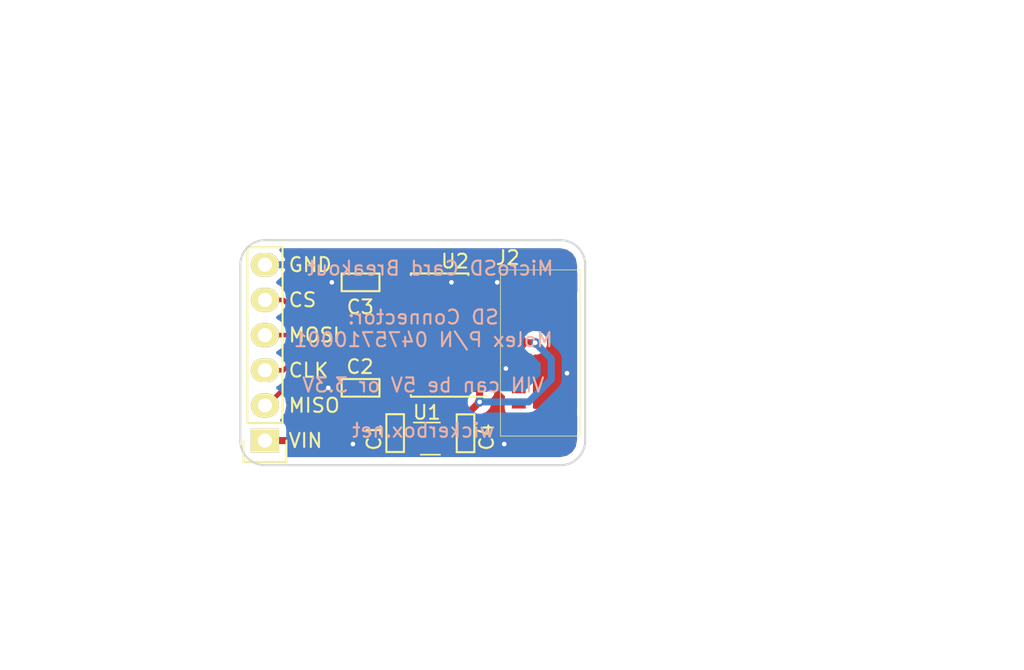
<source format=kicad_pcb>
(kicad_pcb (version 4) (host pcbnew 4.0.4+e1-6308~48~ubuntu16.04.1-stable)

  (general
    (links 25)
    (no_connects 0)
    (area 104.572999 74.854999 178.510001 123.265001)
    (thickness 1.6)
    (drawings 43)
    (tracks 88)
    (zones 0)
    (modules 8)
    (nets 12)
  )

  (page USLetter)
  (title_block
    (title "Micro SD Connector (0475710001) Breakout Board")
    (date "01 Jan 2017")
    (rev v1.0)
    (company "CERN Open Hardware License v1.2")
    (comment 1 jenner@wickerbox.net)
    (comment 2 http://wickerbox.net)
    (comment 3 "Wickerbox Electronics")
  )

  (layers
    (0 F.Cu signal)
    (31 B.Cu signal)
    (34 B.Paste user)
    (35 F.Paste user)
    (36 B.SilkS user)
    (37 F.SilkS user)
    (38 B.Mask user)
    (39 F.Mask user)
    (44 Edge.Cuts user)
    (46 B.CrtYd user)
    (47 F.CrtYd user)
    (48 B.Fab user)
    (49 F.Fab user)
  )

  (setup
    (last_trace_width 0.254)
    (user_trace_width 0.1524)
    (user_trace_width 0.254)
    (user_trace_width 0.3302)
    (user_trace_width 0.508)
    (user_trace_width 0.762)
    (user_trace_width 1.27)
    (trace_clearance 0.254)
    (zone_clearance 0.508)
    (zone_45_only no)
    (trace_min 0.1524)
    (segment_width 0.1524)
    (edge_width 0.1524)
    (via_size 0.6858)
    (via_drill 0.3302)
    (via_min_size 0.6858)
    (via_min_drill 0.3302)
    (user_via 0.6858 0.3302)
    (user_via 0.762 0.4064)
    (user_via 0.8636 0.508)
    (uvia_size 0.6858)
    (uvia_drill 0.3302)
    (uvias_allowed no)
    (uvia_min_size 0)
    (uvia_min_drill 0)
    (pcb_text_width 0.1524)
    (pcb_text_size 1.016 1.016)
    (mod_edge_width 0.1524)
    (mod_text_size 1.016 1.016)
    (mod_text_width 0.1524)
    (pad_size 1.524 1.524)
    (pad_drill 0.762)
    (pad_to_mask_clearance 0.0762)
    (solder_mask_min_width 0.1016)
    (pad_to_paste_clearance -0.0762)
    (aux_axis_origin 0 0)
    (visible_elements FFFEDF7D)
    (pcbplotparams
      (layerselection 0x310fc_80000001)
      (usegerberextensions true)
      (excludeedgelayer true)
      (linewidth 0.100000)
      (plotframeref false)
      (viasonmask false)
      (mode 1)
      (useauxorigin false)
      (hpglpennumber 1)
      (hpglpenspeed 20)
      (hpglpendiameter 15)
      (hpglpenoverlay 2)
      (psnegative false)
      (psa4output false)
      (plotreference true)
      (plotvalue true)
      (plotinvisibletext false)
      (padsonsilk false)
      (subtractmaskfromsilk false)
      (outputformat 1)
      (mirror false)
      (drillshape 0)
      (scaleselection 1)
      (outputdirectory gerbers))
  )

  (net 0 "")
  (net 1 VIN)
  (net 2 GND)
  (net 3 +3V3)
  (net 4 /MISO)
  (net 5 /CLK)
  (net 6 /MOSI)
  (net 7 /CS)
  (net 8 /SD_MISO)
  (net 9 /SD_CLK)
  (net 10 /SD_CS)
  (net 11 /SD_MOSI)

  (net_class Default "This is the default net class."
    (clearance 0.254)
    (trace_width 0.254)
    (via_dia 0.6858)
    (via_drill 0.3302)
    (uvia_dia 0.6858)
    (uvia_drill 0.3302)
    (add_net +3V3)
    (add_net /CLK)
    (add_net /CS)
    (add_net /MISO)
    (add_net /MOSI)
    (add_net /SD_CLK)
    (add_net /SD_CS)
    (add_net /SD_MISO)
    (add_net /SD_MOSI)
    (add_net GND)
    (add_net VIN)
  )

  (module Wickerlib:RLC-0603-SMD (layer F.Cu) (tedit 579029AB) (tstamp 586D9274)
    (at 133.096 106.172 270)
    (descr "Capacitor SMD RLC-0603-SMD, reflow soldering, AVX (see smccp.pdf)")
    (tags "capacitor RLC-0603-SMD")
    (path /586C48EA)
    (attr smd)
    (fp_text reference C1 (at 0.09 0.04 270) (layer F.Fab)
      (effects (font (size 0.8 0.8) (thickness 0.15)))
    )
    (fp_text value 1uF (at 0 1.9 270) (layer F.Fab) hide
      (effects (font (size 1 1) (thickness 0.15)))
    )
    (fp_line (start -1.397 -0.635) (end -1.397 0.635) (layer F.SilkS) (width 0.1524))
    (fp_line (start 1.3335 -0.635) (end 1.3335 0.635) (layer F.SilkS) (width 0.1524))
    (fp_text user %R (at 0.254 1.524 270) (layer F.SilkS)
      (effects (font (size 1 1) (thickness 0.15)))
    )
    (fp_line (start -1.45 -0.75) (end 1.45 -0.75) (layer F.Fab) (width 0.05))
    (fp_line (start -1.45 0.75) (end 1.45 0.75) (layer F.CrtYd) (width 0.05))
    (fp_line (start -1.45 -0.75) (end -1.45 0.75) (layer F.CrtYd) (width 0.05))
    (fp_line (start 1.45 -0.75) (end 1.45 0.75) (layer F.CrtYd) (width 0.05))
    (fp_line (start -1.397 -0.635) (end 1.3335 -0.635) (layer F.SilkS) (width 0.15))
    (fp_line (start 1.3335 0.635) (end -1.397 0.635) (layer F.SilkS) (width 0.15))
    (fp_line (start -1.45 -0.75) (end 1.45 -0.75) (layer F.CrtYd) (width 0.05))
    (fp_line (start -1.45 -0.75) (end -1.45 0.75) (layer F.Fab) (width 0.05))
    (fp_line (start 1.45 -0.75) (end 1.45 0.75) (layer F.Fab) (width 0.05))
    (fp_line (start -1.45 0.75) (end 1.45 0.75) (layer F.Fab) (width 0.05))
    (pad 1 smd rect (at -0.75 0 270) (size 0.8 0.75) (layers F.Cu F.Paste F.Mask)
      (net 1 VIN))
    (pad 2 smd rect (at 0.75 0 270) (size 0.8 0.75) (layers F.Cu F.Paste F.Mask)
      (net 2 GND))
  )

  (module Wickerlib:RLC-0603-SMD (layer F.Cu) (tedit 579029AB) (tstamp 586D9287)
    (at 130.568 102.87 180)
    (descr "Capacitor SMD RLC-0603-SMD, reflow soldering, AVX (see smccp.pdf)")
    (tags "capacitor RLC-0603-SMD")
    (path /586CE591)
    (attr smd)
    (fp_text reference C2 (at 0.09 0.04 180) (layer F.Fab)
      (effects (font (size 0.8 0.8) (thickness 0.15)))
    )
    (fp_text value 0.1uF (at 0 1.9 180) (layer F.Fab) hide
      (effects (font (size 1 1) (thickness 0.15)))
    )
    (fp_line (start -1.397 -0.635) (end -1.397 0.635) (layer F.SilkS) (width 0.1524))
    (fp_line (start 1.3335 -0.635) (end 1.3335 0.635) (layer F.SilkS) (width 0.1524))
    (fp_text user %R (at 0.012 1.524 180) (layer F.SilkS)
      (effects (font (size 1 1) (thickness 0.15)))
    )
    (fp_line (start -1.45 -0.75) (end 1.45 -0.75) (layer F.Fab) (width 0.05))
    (fp_line (start -1.45 0.75) (end 1.45 0.75) (layer F.CrtYd) (width 0.05))
    (fp_line (start -1.45 -0.75) (end -1.45 0.75) (layer F.CrtYd) (width 0.05))
    (fp_line (start 1.45 -0.75) (end 1.45 0.75) (layer F.CrtYd) (width 0.05))
    (fp_line (start -1.397 -0.635) (end 1.3335 -0.635) (layer F.SilkS) (width 0.15))
    (fp_line (start 1.3335 0.635) (end -1.397 0.635) (layer F.SilkS) (width 0.15))
    (fp_line (start -1.45 -0.75) (end 1.45 -0.75) (layer F.CrtYd) (width 0.05))
    (fp_line (start -1.45 -0.75) (end -1.45 0.75) (layer F.Fab) (width 0.05))
    (fp_line (start 1.45 -0.75) (end 1.45 0.75) (layer F.Fab) (width 0.05))
    (fp_line (start -1.45 0.75) (end 1.45 0.75) (layer F.Fab) (width 0.05))
    (pad 1 smd rect (at -0.75 0 180) (size 0.8 0.75) (layers F.Cu F.Paste F.Mask)
      (net 1 VIN))
    (pad 2 smd rect (at 0.75 0 180) (size 0.8 0.75) (layers F.Cu F.Paste F.Mask)
      (net 2 GND))
  )

  (module Wickerlib:RLC-0603-SMD (layer F.Cu) (tedit 579029AB) (tstamp 586D929A)
    (at 130.568 95.25 180)
    (descr "Capacitor SMD RLC-0603-SMD, reflow soldering, AVX (see smccp.pdf)")
    (tags "capacitor RLC-0603-SMD")
    (path /586CE8D2)
    (attr smd)
    (fp_text reference C3 (at 0.09 0.04 180) (layer F.Fab)
      (effects (font (size 0.8 0.8) (thickness 0.15)))
    )
    (fp_text value 0.1uF (at 0 1.9 180) (layer F.Fab) hide
      (effects (font (size 1 1) (thickness 0.15)))
    )
    (fp_line (start -1.397 -0.635) (end -1.397 0.635) (layer F.SilkS) (width 0.1524))
    (fp_line (start 1.3335 -0.635) (end 1.3335 0.635) (layer F.SilkS) (width 0.1524))
    (fp_text user %R (at -0.012 -1.778 180) (layer F.SilkS)
      (effects (font (size 1 1) (thickness 0.15)))
    )
    (fp_line (start -1.45 -0.75) (end 1.45 -0.75) (layer F.Fab) (width 0.05))
    (fp_line (start -1.45 0.75) (end 1.45 0.75) (layer F.CrtYd) (width 0.05))
    (fp_line (start -1.45 -0.75) (end -1.45 0.75) (layer F.CrtYd) (width 0.05))
    (fp_line (start 1.45 -0.75) (end 1.45 0.75) (layer F.CrtYd) (width 0.05))
    (fp_line (start -1.397 -0.635) (end 1.3335 -0.635) (layer F.SilkS) (width 0.15))
    (fp_line (start 1.3335 0.635) (end -1.397 0.635) (layer F.SilkS) (width 0.15))
    (fp_line (start -1.45 -0.75) (end 1.45 -0.75) (layer F.CrtYd) (width 0.05))
    (fp_line (start -1.45 -0.75) (end -1.45 0.75) (layer F.Fab) (width 0.05))
    (fp_line (start 1.45 -0.75) (end 1.45 0.75) (layer F.Fab) (width 0.05))
    (fp_line (start -1.45 0.75) (end 1.45 0.75) (layer F.Fab) (width 0.05))
    (pad 1 smd rect (at -0.75 0 180) (size 0.8 0.75) (layers F.Cu F.Paste F.Mask)
      (net 3 +3V3))
    (pad 2 smd rect (at 0.75 0 180) (size 0.8 0.75) (layers F.Cu F.Paste F.Mask)
      (net 2 GND))
  )

  (module Wickerlib:RLC-0603-SMD (layer F.Cu) (tedit 579029AB) (tstamp 586D92AD)
    (at 138.176 106.184 270)
    (descr "Capacitor SMD RLC-0603-SMD, reflow soldering, AVX (see smccp.pdf)")
    (tags "capacitor RLC-0603-SMD")
    (path /586C4854)
    (attr smd)
    (fp_text reference C4 (at 0.09 0.04 270) (layer F.Fab)
      (effects (font (size 0.8 0.8) (thickness 0.15)))
    )
    (fp_text value 1uF (at 0 1.9 270) (layer F.Fab) hide
      (effects (font (size 1 1) (thickness 0.15)))
    )
    (fp_line (start -1.397 -0.635) (end -1.397 0.635) (layer F.SilkS) (width 0.1524))
    (fp_line (start 1.3335 -0.635) (end 1.3335 0.635) (layer F.SilkS) (width 0.1524))
    (fp_text user %R (at 0.242 -1.524 270) (layer F.SilkS)
      (effects (font (size 1 1) (thickness 0.15)))
    )
    (fp_line (start -1.45 -0.75) (end 1.45 -0.75) (layer F.Fab) (width 0.05))
    (fp_line (start -1.45 0.75) (end 1.45 0.75) (layer F.CrtYd) (width 0.05))
    (fp_line (start -1.45 -0.75) (end -1.45 0.75) (layer F.CrtYd) (width 0.05))
    (fp_line (start 1.45 -0.75) (end 1.45 0.75) (layer F.CrtYd) (width 0.05))
    (fp_line (start -1.397 -0.635) (end 1.3335 -0.635) (layer F.SilkS) (width 0.15))
    (fp_line (start 1.3335 0.635) (end -1.397 0.635) (layer F.SilkS) (width 0.15))
    (fp_line (start -1.45 -0.75) (end 1.45 -0.75) (layer F.CrtYd) (width 0.05))
    (fp_line (start -1.45 -0.75) (end -1.45 0.75) (layer F.Fab) (width 0.05))
    (fp_line (start 1.45 -0.75) (end 1.45 0.75) (layer F.Fab) (width 0.05))
    (fp_line (start -1.45 0.75) (end 1.45 0.75) (layer F.Fab) (width 0.05))
    (pad 1 smd rect (at -0.75 0 270) (size 0.8 0.75) (layers F.Cu F.Paste F.Mask)
      (net 3 +3V3))
    (pad 2 smd rect (at 0.75 0 270) (size 0.8 0.75) (layers F.Cu F.Paste F.Mask)
      (net 2 GND))
  )

  (module Wickerlib:CONN-HEADER-STRAIGHT-P2.54MM-1x06 (layer F.Cu) (tedit 586D9505) (tstamp 586D92C7)
    (at 123.698 106.68 180)
    (descr "Through hole pin header")
    (tags "pin header")
    (path /586C4D06)
    (fp_text reference J1 (at -0.01 6.35 360) (layer F.Fab)
      (effects (font (size 2.032 2.032) (thickness 0.254)))
    )
    (fp_text value BREAKOUT (at -2.63 6.86 270) (layer F.Fab) hide
      (effects (font (size 1 1) (thickness 0.15)))
    )
    (fp_text user %R (at 0.14 -2.74 180) (layer F.SilkS) hide
      (effects (font (size 1 1) (thickness 0.15)))
    )
    (fp_line (start -1.75 -1.75) (end -1.75 14.45) (layer F.CrtYd) (width 0.05))
    (fp_line (start 1.75 -1.75) (end 1.75 14.45) (layer F.CrtYd) (width 0.05))
    (fp_line (start -1.75 -1.75) (end 1.75 -1.75) (layer F.CrtYd) (width 0.05))
    (fp_line (start -1.75 14.45) (end 1.75 14.45) (layer F.CrtYd) (width 0.05))
    (fp_line (start 1.27 1.27) (end 1.27 13.97) (layer F.SilkS) (width 0.15))
    (fp_line (start 1.27 13.97) (end -1.27 13.97) (layer F.SilkS) (width 0.15))
    (fp_line (start -1.27 13.97) (end -1.27 1.27) (layer F.SilkS) (width 0.15))
    (fp_line (start 1.55 -1.55) (end 1.55 0) (layer F.SilkS) (width 0.15))
    (fp_line (start 1.27 1.27) (end -1.27 1.27) (layer F.SilkS) (width 0.15))
    (fp_line (start -1.55 0) (end -1.55 -1.55) (layer F.SilkS) (width 0.15))
    (fp_line (start -1.55 -1.55) (end 1.55 -1.55) (layer F.SilkS) (width 0.15))
    (fp_line (start -1.75 -1.75) (end -1.75 14.45) (layer F.Fab) (width 0.05))
    (fp_line (start -1.76 -1.74) (end 1.74 -1.74) (layer F.Fab) (width 0.05))
    (fp_line (start 1.73 -1.76) (end 1.73 14.44) (layer F.Fab) (width 0.05))
    (fp_line (start -1.77 14.43) (end 1.73 14.43) (layer F.Fab) (width 0.05))
    (pad 1 thru_hole rect (at 0 0 180) (size 2.032 1.7272) (drill 1.016) (layers *.Cu *.Mask F.SilkS)
      (net 1 VIN))
    (pad 2 thru_hole oval (at 0 2.54 180) (size 2.032 1.7272) (drill 1.016) (layers *.Cu *.Mask F.SilkS)
      (net 4 /MISO))
    (pad 3 thru_hole oval (at 0 5.08 180) (size 2.032 1.7272) (drill 1.016) (layers *.Cu *.Mask F.SilkS)
      (net 5 /CLK))
    (pad 4 thru_hole oval (at 0 7.62 180) (size 2.032 1.7272) (drill 1.016) (layers *.Cu *.Mask F.SilkS)
      (net 6 /MOSI))
    (pad 5 thru_hole oval (at 0 10.16 180) (size 2.032 1.7272) (drill 1.016) (layers *.Cu *.Mask F.SilkS)
      (net 7 /CS))
    (pad 6 thru_hole oval (at 0 12.7 180) (size 2.032 1.7272) (drill 1.016) (layers *.Cu *.Mask F.SilkS)
      (net 2 GND))
  )

  (module Wickerlib:CONN-SD-MICRO-MOLEX-0475710001 (layer F.Cu) (tedit 57958DF9) (tstamp 586D92E5)
    (at 140.696 100.1014 90)
    (path /586D9AF7)
    (fp_text reference J2 (at 0 3.25 180) (layer F.Fab)
      (effects (font (size 1 1) (thickness 0.15)))
    )
    (fp_text value CONN-MICRO-SD-CARD-PUSH-PULL (at 4 6.25 90) (layer F.Fab) hide
      (effects (font (size 0.4 0.4) (thickness 0.03)))
    )
    (fp_line (start -6.25 0) (end 5.75 0) (layer F.SilkS) (width 0.05))
    (fp_line (start -6.25 5.75) (end -6.25 0) (layer F.SilkS) (width 0.05))
    (fp_line (start 5.75 5.75) (end -6.25 5.75) (layer F.SilkS) (width 0.05))
    (fp_line (start 5.75 0) (end 5.75 5.75) (layer F.SilkS) (width 0.05))
    (fp_text user %R (at 6.6294 0.528 180) (layer F.SilkS)
      (effects (font (size 1 1) (thickness 0.15)))
    )
    (fp_line (start -6.5 16) (end 6 16) (layer F.CrtYd) (width 0.05))
    (fp_line (start -6.5 -0.25) (end -6.5 16) (layer F.CrtYd) (width 0.05))
    (fp_line (start 6 -0.25) (end 6 16) (layer F.CrtYd) (width 0.05))
    (fp_line (start -6.5 -0.25) (end 6 -0.25) (layer F.CrtYd) (width 0.05))
    (fp_line (start -6.096 5.588) (end 5.588 5.588) (layer F.Fab) (width 0.05))
    (fp_line (start -6.096 0.0254) (end -6.096 5.588) (layer F.Fab) (width 0.05))
    (fp_line (start 5.588 0.0254) (end 5.588 5.588) (layer F.Fab) (width 0.05))
    (fp_line (start -6.096 0.0254) (end 5.588 0.0254) (layer F.Fab) (width 0.05))
    (pad G5 smd rect (at 4.8514 5.1 90) (size 1.4 0.9) (layers F.Cu F.Paste F.Mask))
    (pad G2 smd rect (at -5.4135 4.9635 90) (size 1.2 1.15) (layers F.Cu F.Paste F.Mask))
    (pad G3 smd rect (at 4.8264 2.8 90) (size 1.45 1.2) (layers F.Cu F.Paste F.Mask))
    (pad G1 smd rect (at -5.4135 2.3635 90) (size 1.2 1.15) (layers F.Cu F.Paste F.Mask))
    (pad 7 smd rect (at -2.8135 1.3235 90) (size 0.7 1) (layers F.Cu F.Paste F.Mask)
      (net 8 /SD_MISO))
    (pad 8 smd rect (at -3.9135 1.3235 90) (size 0.7 1) (layers F.Cu F.Paste F.Mask))
    (pad 6 smd rect (at -1.7135 1.3235 90) (size 0.7 1) (layers F.Cu F.Paste F.Mask)
      (net 2 GND))
    (pad 5 smd rect (at -0.6135 1.3235 90) (size 0.7 1) (layers F.Cu F.Paste F.Mask)
      (net 9 /SD_CLK))
    (pad 4 smd rect (at 0.4865 1.3235 90) (size 0.7 1) (layers F.Cu F.Paste F.Mask)
      (net 3 +3V3))
    (pad 1 smd rect (at 3.7865 1.3235 90) (size 0.7 1) (layers F.Cu F.Paste F.Mask))
    (pad 2 smd rect (at 2.6865 1.3235 90) (size 0.7 1) (layers F.Cu F.Paste F.Mask)
      (net 10 /SD_CS))
    (pad 3 smd rect (at 1.5865 1.3235 90) (size 0.7 1) (layers F.Cu F.Paste F.Mask)
      (net 11 /SD_MOSI))
    (pad G4 smd rect (at 5.0514 3.95 90) (size 1 0.7) (layers F.Cu F.Paste F.Mask))
  )

  (module Wickerlib:SOT-353 (layer F.Cu) (tedit 586C4D4B) (tstamp 586D92F9)
    (at 135.636 106.538)
    (descr SOT353)
    (path /586C4681)
    (attr smd)
    (fp_text reference U1 (at 0 0) (layer F.Fab)
      (effects (font (size 1 1) (thickness 0.15)))
    )
    (fp_text value "MIC5365 150mA" (at 0 2.25) (layer F.Fab) hide
      (effects (font (size 1 1) (thickness 0.15)))
    )
    (fp_text user %R (at -0.254 -1.89) (layer F.SilkS)
      (effects (font (size 1 1) (thickness 0.15)))
    )
    (fp_line (start 1.524 1.3335) (end 1.524 -1.3335) (layer F.Fab) (width 0.04064))
    (fp_line (start -1.524 1.3335) (end 1.524 1.3335) (layer F.Fab) (width 0.04064))
    (fp_line (start -1.524 -1.3335) (end -1.524 1.3335) (layer F.Fab) (width 0.04064))
    (fp_line (start 1.524 -1.3335) (end -1.524 -1.3335) (layer F.Fab) (width 0.04064))
    (fp_line (start 0.7 -1.16) (end -1.2 -1.16) (layer F.SilkS) (width 0.12))
    (fp_line (start -0.7 1.16) (end 0.7 1.16) (layer F.SilkS) (width 0.12))
    (fp_line (start 1.5 1.35) (end 1.5 -1.35) (layer F.CrtYd) (width 0.05))
    (fp_line (start -1.5 -1.35) (end -1.5 1.35) (layer F.CrtYd) (width 0.05))
    (fp_line (start -1.5 -1.35) (end 1.5 -1.35) (layer F.CrtYd) (width 0.05))
    (fp_line (start -1.5 1.35) (end 1.5 1.35) (layer F.CrtYd) (width 0.05))
    (pad 1 smd rect (at -0.95 -0.65) (size 0.6 0.42) (layers F.Cu F.Paste F.Mask)
      (net 1 VIN))
    (pad 3 smd rect (at -0.95 0.65) (size 0.6 0.42) (layers F.Cu F.Paste F.Mask)
      (net 1 VIN))
    (pad 5 smd rect (at 0.95 -0.65) (size 0.6 0.42) (layers F.Cu F.Paste F.Mask)
      (net 3 +3V3))
    (pad 2 smd rect (at -0.95 0) (size 0.6 0.42) (layers F.Cu F.Paste F.Mask)
      (net 2 GND))
    (pad 4 smd rect (at 0.95 0.65) (size 0.6 0.42) (layers F.Cu F.Paste F.Mask))
    (model TO_SOT_Packages_SMD.3dshapes/SOT-353.wrl
      (at (xyz 0 0 0))
      (scale (xyz 0.07000000000000001 0.09 0.08))
      (rotate (xyz 0 0 90))
    )
  )

  (module Wickerlib:SOIC-14-3.9x8.7MM-P1.27MM (layer F.Cu) (tedit 58157842) (tstamp 586D931C)
    (at 136.304 99.06 180)
    (descr "14-Lead Plastic Small Outline (SL) - Narrow, 3.90 mm Body [SOIC] (see Microchip Packaging Specification 00000049BS.pdf)")
    (tags "SOIC 1.27")
    (path /586CDC77)
    (attr smd)
    (fp_text reference U2 (at 0 0.1 360) (layer F.Fab)
      (effects (font (size 1 1) (thickness 0.15)))
    )
    (fp_text value TXB0104 (at 0 5.375 180) (layer F.Fab) hide
      (effects (font (size 1 1) (thickness 0.15)))
    )
    (fp_text user %R (at -1.11 5.334 180) (layer F.SilkS)
      (effects (font (size 1 1) (thickness 0.15)))
    )
    (fp_circle (center -2.823606 -3.8) (end -2.723606 -3.6) (layer F.Fab) (width 0.254))
    (fp_line (start -3.8 -4.8) (end -3.8 -4.7) (layer F.Fab) (width 0.0508))
    (fp_line (start 3.8 -4.8) (end -3.8 -4.8) (layer F.Fab) (width 0.0508))
    (fp_line (start 3.8 4.7) (end 3.8 -4.8) (layer F.Fab) (width 0.0508))
    (fp_line (start -3.8 4.7) (end 3.8 4.7) (layer F.Fab) (width 0.0508))
    (fp_line (start -3.8 -4.7) (end -3.8 4.7) (layer F.Fab) (width 0.0508))
    (fp_line (start -3.7 -4.65) (end -3.7 4.65) (layer F.CrtYd) (width 0.05))
    (fp_line (start 3.7 -4.65) (end 3.7 4.65) (layer F.CrtYd) (width 0.05))
    (fp_line (start -3.7 -4.65) (end 3.7 -4.65) (layer F.CrtYd) (width 0.05))
    (fp_line (start -3.7 4.65) (end 3.7 4.65) (layer F.CrtYd) (width 0.05))
    (fp_line (start 2.075 -4.45) (end 2.075 -4.335) (layer F.SilkS) (width 0.15))
    (fp_line (start 2.075 4.45) (end 2.075 4.335) (layer F.SilkS) (width 0.15))
    (fp_line (start -2.075 4.45) (end -2.075 4.335) (layer F.SilkS) (width 0.15))
    (fp_line (start -2.075 -4.45) (end 2.075 -4.45) (layer F.SilkS) (width 0.15))
    (fp_line (start -2.075 4.45) (end 2.075 4.45) (layer F.SilkS) (width 0.15))
    (fp_line (start -2.075 -4.45) (end -3.45 -4.45) (layer F.SilkS) (width 0.15))
    (pad 1 smd rect (at -2.7 -3.81 180) (size 1.5 0.6) (layers F.Cu F.Paste F.Mask)
      (net 3 +3V3))
    (pad 2 smd rect (at -2.7 -2.54 180) (size 1.5 0.6) (layers F.Cu F.Paste F.Mask)
      (net 8 /SD_MISO))
    (pad 3 smd rect (at -2.7 -1.27 180) (size 1.5 0.6) (layers F.Cu F.Paste F.Mask)
      (net 9 /SD_CLK))
    (pad 4 smd rect (at -2.7 0 180) (size 1.5 0.6) (layers F.Cu F.Paste F.Mask)
      (net 11 /SD_MOSI))
    (pad 5 smd rect (at -2.7 1.27 180) (size 1.5 0.6) (layers F.Cu F.Paste F.Mask)
      (net 10 /SD_CS))
    (pad 6 smd rect (at -2.7 2.54 180) (size 1.5 0.6) (layers F.Cu F.Paste F.Mask))
    (pad 7 smd rect (at -2.7 3.81 180) (size 1.5 0.6) (layers F.Cu F.Paste F.Mask)
      (net 2 GND))
    (pad 8 smd rect (at 2.7 3.81 180) (size 1.5 0.6) (layers F.Cu F.Paste F.Mask)
      (net 3 +3V3))
    (pad 9 smd rect (at 2.7 2.54 180) (size 1.5 0.6) (layers F.Cu F.Paste F.Mask))
    (pad 10 smd rect (at 2.7 1.27 180) (size 1.5 0.6) (layers F.Cu F.Paste F.Mask)
      (net 7 /CS))
    (pad 11 smd rect (at 2.7 0 180) (size 1.5 0.6) (layers F.Cu F.Paste F.Mask)
      (net 6 /MOSI))
    (pad 12 smd rect (at 2.7 -1.27 180) (size 1.5 0.6) (layers F.Cu F.Paste F.Mask)
      (net 5 /CLK))
    (pad 13 smd rect (at 2.7 -2.54 180) (size 1.5 0.6) (layers F.Cu F.Paste F.Mask)
      (net 4 /MISO))
    (pad 14 smd rect (at 2.7 -3.81 180) (size 1.5 0.6) (layers F.Cu F.Paste F.Mask)
      (net 1 VIN))
  )

  (gr_text "SD Connector:\nMolex P/N 0475710001\n\nVIN can be 5V or 3.3V\n\nwickerbox.net" (at 135.128 101.854) (layer B.SilkS)
    (effects (font (size 1.016 1.016) (thickness 0.1524)) (justify mirror))
  )
  (gr_text "v1.0                    1/4/17" (at 134.62 110.236) (layer F.Fab)
    (effects (font (size 1.016 1.016) (thickness 0.1524)))
  )
  (gr_text "MicroSD Card Breakout" (at 135.636 94.234) (layer B.SilkS)
    (effects (font (size 1.016 1.016) (thickness 0.1524)) (justify mirror))
  )
  (gr_text "Narrow Micro SD Card Breakout" (at 134.62 90.932) (layer F.Fab)
    (effects (font (size 1.016 1.016) (thickness 0.1524)))
  )
  (gr_line (start 121.92 93.98) (end 121.92 106.68) (layer Edge.Cuts) (width 0.1524))
  (gr_line (start 146.812 93.98) (end 146.812 106.68) (layer Edge.Cuts) (width 0.1524))
  (gr_arc (start 123.698 106.68) (end 123.698 108.458) (angle 90) (layer Edge.Cuts) (width 0.1524) (tstamp 586D97CF))
  (gr_line (start 145.034 108.458) (end 123.698 108.458) (layer Edge.Cuts) (width 0.1524) (tstamp 586D97CE))
  (gr_arc (start 145.034 106.68) (end 146.812 106.68) (angle 90) (layer Edge.Cuts) (width 0.1524) (tstamp 586D97CD))
  (gr_arc (start 145.034 93.98) (end 145.034 92.202) (angle 90) (layer Edge.Cuts) (width 0.1524))
  (gr_line (start 123.698 92.202) (end 145.034 92.202) (layer Edge.Cuts) (width 0.1524))
  (gr_arc (start 123.698 93.98) (end 121.92 93.98) (angle 90) (layer Edge.Cuts) (width 0.1524))
  (gr_line (start 121.92 93.98) (end 121.92 106.68) (layer F.Fab) (width 0.1524))
  (gr_line (start 146.812 93.98) (end 146.812 106.68) (layer F.Fab) (width 0.1524))
  (gr_arc (start 123.698 106.68) (end 123.698 108.458) (angle 90) (layer F.Fab) (width 0.1524) (tstamp 586D97CF))
  (gr_line (start 145.034 108.458) (end 123.698 108.458) (layer F.Fab) (width 0.1524) (tstamp 586D97CE))
  (gr_arc (start 145.034 106.68) (end 146.812 106.68) (angle 90) (layer F.Fab) (width 0.1524) (tstamp 586D97CD))
  (gr_arc (start 145.034 93.98) (end 145.034 92.202) (angle 90) (layer F.Fab) (width 0.1524))
  (gr_line (start 123.698 92.202) (end 145.034 92.202) (layer F.Fab) (width 0.1524))
  (gr_arc (start 123.698 93.98) (end 121.92 93.98) (angle 90) (layer F.Fab) (width 0.1524))
  (gr_text VIN (at 126.625048 106.68) (layer F.SilkS)
    (effects (font (size 1.016 1.016) (thickness 0.1524)))
  )
  (gr_text MISO (at 127.254 104.14) (layer F.SilkS)
    (effects (font (size 1.016 1.016) (thickness 0.1524)))
  )
  (gr_text "CLK\n" (at 126.842762 101.6) (layer F.SilkS)
    (effects (font (size 1.016 1.016) (thickness 0.1524)))
  )
  (gr_text MOSI (at 127.254 99.06) (layer F.SilkS)
    (effects (font (size 1.016 1.016) (thickness 0.1524)))
  )
  (gr_text "CS\n" (at 126.407333 96.52) (layer F.SilkS)
    (effects (font (size 1.016 1.016) (thickness 0.1524)))
  )
  (gr_text GND (at 126.963714 93.98) (layer F.SilkS)
    (effects (font (size 1.016 1.016) (thickness 0.1524)))
  )
  (gr_circle (center 117.348 76.962) (end 118.618 76.962) (layer Dwgs.User) (width 0.15))
  (gr_line (start 114.427 78.994) (end 114.427 74.93) (angle 90) (layer Dwgs.User) (width 0.15))
  (gr_line (start 120.269 78.994) (end 114.427 78.994) (angle 90) (layer Dwgs.User) (width 0.15))
  (gr_line (start 120.269 74.93) (end 120.269 78.994) (angle 90) (layer Dwgs.User) (width 0.15))
  (gr_line (start 114.427 74.93) (end 120.269 74.93) (angle 90) (layer Dwgs.User) (width 0.15))
  (gr_line (start 120.523 93.98) (end 104.648 93.98) (angle 90) (layer Dwgs.User) (width 0.15))
  (gr_line (start 173.355 102.235) (end 173.355 94.615) (angle 90) (layer Dwgs.User) (width 0.15))
  (gr_line (start 178.435 102.235) (end 173.355 102.235) (angle 90) (layer Dwgs.User) (width 0.15))
  (gr_line (start 178.435 94.615) (end 178.435 102.235) (angle 90) (layer Dwgs.User) (width 0.15))
  (gr_line (start 173.355 94.615) (end 178.435 94.615) (angle 90) (layer Dwgs.User) (width 0.15))
  (gr_line (start 109.093 123.19) (end 109.093 114.3) (angle 90) (layer Dwgs.User) (width 0.15))
  (gr_line (start 122.428 123.19) (end 109.093 123.19) (angle 90) (layer Dwgs.User) (width 0.15))
  (gr_line (start 122.428 114.3) (end 122.428 123.19) (angle 90) (layer Dwgs.User) (width 0.15))
  (gr_line (start 109.093 114.3) (end 122.428 114.3) (angle 90) (layer Dwgs.User) (width 0.15))
  (gr_line (start 104.648 93.98) (end 104.648 82.55) (angle 90) (layer Dwgs.User) (width 0.15))
  (gr_line (start 120.523 82.55) (end 120.523 93.98) (angle 90) (layer Dwgs.User) (width 0.15))
  (gr_line (start 104.648 82.55) (end 120.523 82.55) (angle 90) (layer Dwgs.User) (width 0.15))

  (segment (start 133.096 105.422) (end 134.22 105.422) (width 0.3302) (layer F.Cu) (net 1))
  (segment (start 134.22 105.422) (end 134.686 105.888) (width 0.3302) (layer F.Cu) (net 1))
  (segment (start 134.686 107.188) (end 135.3162 107.188) (width 0.3302) (layer F.Cu) (net 1))
  (segment (start 135.3162 107.188) (end 135.636 106.8682) (width 0.3302) (layer F.Cu) (net 1))
  (segment (start 135.636 106.2078) (end 135.3162 105.888) (width 0.3302) (layer F.Cu) (net 1))
  (segment (start 135.636 106.8682) (end 135.636 106.2078) (width 0.3302) (layer F.Cu) (net 1))
  (segment (start 135.3162 105.888) (end 134.686 105.888) (width 0.3302) (layer F.Cu) (net 1))
  (segment (start 133.096 105.422) (end 132.213 105.422) (width 0.508) (layer F.Cu) (net 1))
  (segment (start 131.185 104.394) (end 131.064 104.394) (width 0.508) (layer F.Cu) (net 1))
  (segment (start 132.213 105.422) (end 131.185 104.394) (width 0.508) (layer F.Cu) (net 1))
  (segment (start 133.604 102.87) (end 131.318 102.87) (width 0.508) (layer F.Cu) (net 1))
  (segment (start 131.064 104.394) (end 131.318 104.14) (width 0.508) (layer F.Cu) (net 1))
  (segment (start 131.318 104.14) (end 131.318 102.87) (width 0.508) (layer F.Cu) (net 1))
  (segment (start 129.54 104.394) (end 131.064 104.394) (width 0.508) (layer F.Cu) (net 1))
  (segment (start 127.254 106.68) (end 129.54 104.394) (width 0.508) (layer F.Cu) (net 1))
  (segment (start 123.698 106.68) (end 127.254 106.68) (width 0.508) (layer F.Cu) (net 1))
  (segment (start 139.004 95.25) (end 140.462 95.25) (width 0.254) (layer F.Cu) (net 2))
  (via (at 140.462 95.25) (size 0.6858) (drill 0.3302) (layers F.Cu B.Cu) (net 2))
  (via (at 145.5029 101.8149) (size 0.6858) (drill 0.3302) (layers F.Cu B.Cu) (net 2))
  (segment (start 142.0195 101.8149) (end 145.5029 101.8149) (width 0.508) (layer F.Cu) (net 2))
  (segment (start 141.425616 101.8149) (end 141.08702 101.476304) (width 0.508) (layer F.Cu) (net 2))
  (segment (start 142.0195 101.8149) (end 141.425616 101.8149) (width 0.508) (layer F.Cu) (net 2))
  (via (at 141.08702 101.476304) (size 0.6858) (drill 0.3302) (layers F.Cu B.Cu) (net 2))
  (segment (start 143.4709 101.8149) (end 143.51 101.854) (width 0.508) (layer F.Cu) (net 2))
  (segment (start 142.0195 101.8149) (end 143.4709 101.8149) (width 0.508) (layer F.Cu) (net 2))
  (segment (start 138.176 106.934) (end 140.97 106.934) (width 0.508) (layer F.Cu) (net 2))
  (via (at 140.97 106.934) (size 0.6858) (drill 0.3302) (layers F.Cu B.Cu) (net 2))
  (segment (start 139.004 95.25) (end 140.208 95.25) (width 0.3302) (layer F.Cu) (net 2))
  (segment (start 133.096 106.922) (end 133.48 106.538) (width 0.3302) (layer F.Cu) (net 2))
  (segment (start 133.48 106.538) (end 134.686 106.538) (width 0.3302) (layer F.Cu) (net 2))
  (segment (start 129.818 102.87) (end 128.27 102.87) (width 0.508) (layer F.Cu) (net 2))
  (via (at 128.27 102.87) (size 0.6858) (drill 0.3302) (layers F.Cu B.Cu) (net 2))
  (segment (start 133.096 106.922) (end 130.06 106.922) (width 0.508) (layer F.Cu) (net 2))
  (segment (start 130.06 106.922) (end 130.048 106.934) (width 0.508) (layer F.Cu) (net 2))
  (via (at 130.048 106.934) (size 0.6858) (drill 0.3302) (layers F.Cu B.Cu) (net 2))
  (segment (start 129.818 95.25) (end 128.524 95.25) (width 0.3302) (layer F.Cu) (net 2))
  (via (at 128.524 95.25) (size 0.6858) (drill 0.3302) (layers F.Cu B.Cu) (net 2))
  (segment (start 139.004 95.25) (end 137.16 95.25) (width 0.3302) (layer F.Cu) (net 2))
  (via (at 137.16 95.25) (size 0.6858) (drill 0.3302) (layers F.Cu B.Cu) (net 2))
  (segment (start 142.55286 101.8149) (end 142.753913 101.613847) (width 0.508) (layer F.Cu) (net 2))
  (segment (start 142.0195 101.8149) (end 142.55286 101.8149) (width 0.508) (layer F.Cu) (net 2))
  (segment (start 143.551999 99.957799) (end 143.2091 99.6149) (width 0.508) (layer B.Cu) (net 3))
  (segment (start 144.360901 100.766701) (end 143.551999 99.957799) (width 0.508) (layer B.Cu) (net 3))
  (segment (start 142.737334 103.886) (end 144.360901 102.262433) (width 0.508) (layer B.Cu) (net 3))
  (segment (start 139.192 103.886) (end 142.737334 103.886) (width 0.508) (layer B.Cu) (net 3))
  (segment (start 144.360901 102.262433) (end 144.360901 100.766701) (width 0.508) (layer B.Cu) (net 3))
  (segment (start 138.176 105.434) (end 138.176 104.902) (width 0.508) (layer F.Cu) (net 3))
  (segment (start 138.176 104.902) (end 139.192 103.886) (width 0.508) (layer F.Cu) (net 3))
  (segment (start 138.176 105.434) (end 137.04 105.434) (width 0.508) (layer F.Cu) (net 3))
  (segment (start 137.04 105.434) (end 136.586 105.888) (width 0.508) (layer F.Cu) (net 3))
  (segment (start 139.192 103.886) (end 139.192 103.058) (width 0.508) (layer F.Cu) (net 3))
  (segment (start 139.192 103.058) (end 139.004 102.87) (width 0.508) (layer F.Cu) (net 3))
  (via (at 139.192 103.886) (size 0.6858) (drill 0.3302) (layers F.Cu B.Cu) (net 3))
  (via (at 143.2091 99.6149) (size 0.6858) (drill 0.3302) (layers F.Cu B.Cu) (net 3))
  (segment (start 142.0195 99.6149) (end 143.2091 99.6149) (width 0.508) (layer F.Cu) (net 3))
  (segment (start 136.398 101.6) (end 137.668 102.87) (width 0.508) (layer F.Cu) (net 3))
  (segment (start 137.668 102.87) (end 139.004 102.87) (width 0.508) (layer F.Cu) (net 3))
  (segment (start 136.398 96.786) (end 136.398 101.6) (width 0.508) (layer F.Cu) (net 3))
  (segment (start 133.604 95.25) (end 134.862 95.25) (width 0.508) (layer F.Cu) (net 3))
  (segment (start 134.862 95.25) (end 136.398 96.786) (width 0.508) (layer F.Cu) (net 3))
  (segment (start 131.318 95.25) (end 133.604 95.25) (width 0.3302) (layer F.Cu) (net 3))
  (segment (start 133.604 101.6) (end 126.238 101.6) (width 0.3302) (layer F.Cu) (net 4))
  (segment (start 123.8504 104.14) (end 123.698 104.14) (width 0.3302) (layer F.Cu) (net 4))
  (segment (start 126.238 101.6) (end 125.0442 102.7938) (width 0.3302) (layer F.Cu) (net 4))
  (segment (start 125.0442 102.7938) (end 125.0442 102.9462) (width 0.3302) (layer F.Cu) (net 4))
  (segment (start 125.0442 102.9462) (end 123.8504 104.14) (width 0.3302) (layer F.Cu) (net 4))
  (segment (start 123.698 101.6) (end 125.0442 101.6) (width 0.3302) (layer F.Cu) (net 5))
  (segment (start 125.0442 101.6) (end 126.3142 100.33) (width 0.3302) (layer F.Cu) (net 5))
  (segment (start 126.3142 100.33) (end 132.5238 100.33) (width 0.3302) (layer F.Cu) (net 5))
  (segment (start 132.5238 100.33) (end 133.604 100.33) (width 0.3302) (layer F.Cu) (net 5))
  (segment (start 133.604 99.06) (end 123.698 99.06) (width 0.3302) (layer F.Cu) (net 6))
  (segment (start 123.698 96.52) (end 125.0442 96.52) (width 0.3302) (layer F.Cu) (net 7))
  (segment (start 125.0442 96.52) (end 126.3142 97.79) (width 0.3302) (layer F.Cu) (net 7))
  (segment (start 132.5238 97.79) (end 133.604 97.79) (width 0.3302) (layer F.Cu) (net 7))
  (segment (start 126.3142 97.79) (end 132.5238 97.79) (width 0.3302) (layer F.Cu) (net 7))
  (segment (start 139.004 101.6) (end 140.0842 101.6) (width 0.3302) (layer F.Cu) (net 8))
  (segment (start 140.0842 101.6) (end 141.3991 102.9149) (width 0.3302) (layer F.Cu) (net 8))
  (segment (start 141.3991 102.9149) (end 142.0195 102.9149) (width 0.3302) (layer F.Cu) (net 8))
  (segment (start 140.557402 100.625402) (end 141.930002 100.625402) (width 0.508) (layer F.Cu) (net 9))
  (segment (start 141.930002 100.625402) (end 142.0195 100.7149) (width 0.508) (layer F.Cu) (net 9))
  (segment (start 139.004 100.33) (end 140.262 100.33) (width 0.508) (layer F.Cu) (net 9))
  (segment (start 140.262 100.33) (end 140.557402 100.625402) (width 0.508) (layer F.Cu) (net 9))
  (segment (start 139.004 97.79) (end 140.262 97.79) (width 0.508) (layer F.Cu) (net 10))
  (segment (start 140.262 97.79) (end 140.6371 97.4149) (width 0.508) (layer F.Cu) (net 10))
  (segment (start 140.6371 97.4149) (end 142.0195 97.4149) (width 0.508) (layer F.Cu) (net 10))
  (segment (start 140.4664 99.06) (end 139.004 99.06) (width 0.508) (layer F.Cu) (net 11))
  (segment (start 142.0195 98.5149) (end 141.0115 98.5149) (width 0.508) (layer F.Cu) (net 11))
  (segment (start 141.0115 98.5149) (end 140.4664 99.06) (width 0.508) (layer F.Cu) (net 11))

  (zone (net 2) (net_name GND) (layer B.Cu) (tstamp 0) (hatch edge 0.508)
    (connect_pads (clearance 0.508))
    (min_thickness 0.254)
    (fill yes (arc_segments 16) (thermal_gap 0.508) (thermal_bridge_width 0.508))
    (polygon
      (pts
        (xy 146.812 92.202) (xy 121.92 92.202) (xy 121.92 108.458) (xy 146.812 108.458)
      )
    )
    (filled_polygon
      (pts
        (xy 145.436917 93.007279) (xy 145.77849 93.235511) (xy 146.006722 93.577085) (xy 146.1008 94.050049) (xy 146.1008 106.609951)
        (xy 146.006722 107.082915) (xy 145.77849 107.424489) (xy 145.436917 107.652721) (xy 144.963951 107.7468) (xy 125.320291 107.7468)
        (xy 125.36144 107.5436) (xy 125.36144 105.8164) (xy 125.317162 105.581083) (xy 125.17809 105.364959) (xy 124.96589 105.219969)
        (xy 124.924561 105.2116) (xy 124.942415 105.19967) (xy 125.267271 104.713489) (xy 125.381345 104.14) (xy 125.369344 104.079663)
        (xy 138.213931 104.079663) (xy 138.362493 104.439212) (xy 138.637341 104.71454) (xy 138.99663 104.86373) (xy 139.385663 104.864069)
        (xy 139.601227 104.775) (xy 142.737334 104.775) (xy 143.07754 104.707329) (xy 143.365952 104.514618) (xy 144.989519 102.891051)
        (xy 145.18223 102.602639) (xy 145.249901 102.262433) (xy 145.249901 100.766701) (xy 145.18223 100.426495) (xy 144.989519 100.138083)
        (xy 144.126963 99.275527) (xy 144.038607 99.061688) (xy 143.763759 98.78636) (xy 143.40447 98.63717) (xy 143.015437 98.636831)
        (xy 142.655888 98.785393) (xy 142.38056 99.060241) (xy 142.23137 99.41953) (xy 142.231031 99.808563) (xy 142.379593 100.168112)
        (xy 142.654441 100.44344) (xy 142.86985 100.532886) (xy 143.471901 101.134937) (xy 143.471901 101.894197) (xy 142.369098 102.997)
        (xy 139.601055 102.997) (xy 139.38737 102.90827) (xy 138.998337 102.907931) (xy 138.638788 103.056493) (xy 138.36346 103.331341)
        (xy 138.21427 103.69063) (xy 138.213931 104.079663) (xy 125.369344 104.079663) (xy 125.267271 103.566511) (xy 124.942415 103.08033)
        (xy 124.627634 102.87) (xy 124.942415 102.65967) (xy 125.267271 102.173489) (xy 125.381345 101.6) (xy 125.267271 101.026511)
        (xy 124.942415 100.54033) (xy 124.627634 100.33) (xy 124.942415 100.11967) (xy 125.267271 99.633489) (xy 125.381345 99.06)
        (xy 125.267271 98.486511) (xy 124.942415 98.00033) (xy 124.627634 97.79) (xy 124.942415 97.57967) (xy 125.267271 97.093489)
        (xy 125.381345 96.52) (xy 125.267271 95.946511) (xy 124.942415 95.46033) (xy 124.632931 95.253539) (xy 125.048732 94.882036)
        (xy 125.302709 94.354791) (xy 125.305358 94.339026) (xy 125.184217 94.107) (xy 123.825 94.107) (xy 123.825 94.127)
        (xy 123.571 94.127) (xy 123.571 94.107) (xy 123.551 94.107) (xy 123.551 93.853) (xy 123.571 93.853)
        (xy 123.571 93.833) (xy 123.825 93.833) (xy 123.825 93.853) (xy 125.184217 93.853) (xy 125.305358 93.620974)
        (xy 125.302709 93.605209) (xy 125.048732 93.077964) (xy 124.864321 92.9132) (xy 144.963951 92.9132)
      )
    )
  )
  (zone (net 2) (net_name GND) (layer F.Cu) (tstamp 586D97E2) (hatch edge 0.508)
    (connect_pads (clearance 0.508))
    (min_thickness 0.254)
    (fill yes (arc_segments 16) (thermal_gap 0.508) (thermal_bridge_width 0.508))
    (polygon
      (pts
        (xy 146.812 92.202) (xy 121.92 92.202) (xy 121.92 108.458) (xy 146.812 108.458)
      )
    )
    (filled_polygon
      (pts
        (xy 131.584382 106.050618) (xy 131.872795 106.24333) (xy 132.128077 106.294108) (xy 132.086 106.395691) (xy 132.086 106.63625)
        (xy 132.24475 106.795) (xy 132.969 106.795) (xy 132.969 106.775) (xy 133.223 106.775) (xy 133.223 106.795)
        (xy 133.243 106.795) (xy 133.243 107.049) (xy 133.223 107.049) (xy 133.223 107.069) (xy 132.969 107.069)
        (xy 132.969 107.049) (xy 132.24475 107.049) (xy 132.086 107.20775) (xy 132.086 107.448309) (xy 132.182673 107.681698)
        (xy 132.247775 107.7468) (xy 125.320291 107.7468) (xy 125.356296 107.569) (xy 127.254 107.569) (xy 127.594206 107.501329)
        (xy 127.882618 107.308618) (xy 129.908236 105.283) (xy 130.816764 105.283)
      )
    )
    (filled_polygon
      (pts
        (xy 144.88191 96.401441) (xy 145.09411 96.546431) (xy 145.346 96.59744) (xy 146.1008 96.59744) (xy 146.1008 104.26746)
        (xy 145.0845 104.26746) (xy 144.849183 104.311738) (xy 144.633059 104.45081) (xy 144.488069 104.66301) (xy 144.43706 104.9149)
        (xy 144.43706 106.1149) (xy 144.481338 106.350217) (xy 144.62041 106.566341) (xy 144.83261 106.711331) (xy 145.0845 106.76234)
        (xy 146.070488 106.76234) (xy 146.006722 107.082915) (xy 145.77849 107.424489) (xy 145.436917 107.652721) (xy 144.963951 107.7468)
        (xy 139.036225 107.7468) (xy 139.089327 107.693698) (xy 139.186 107.460309) (xy 139.186 107.21975) (xy 139.02725 107.061)
        (xy 138.303 107.061) (xy 138.303 107.081) (xy 138.049 107.081) (xy 138.049 107.061) (xy 138.029 107.061)
        (xy 138.029 106.807) (xy 138.049 106.807) (xy 138.049 106.787) (xy 138.303 106.787) (xy 138.303 106.807)
        (xy 139.02725 106.807) (xy 139.186 106.64825) (xy 139.186 106.407691) (xy 139.089327 106.174302) (xy 139.087957 106.172932)
        (xy 139.147431 106.08589) (xy 139.19844 105.834) (xy 139.19844 105.136796) (xy 139.531373 104.803863) (xy 139.745212 104.715507)
        (xy 140.02054 104.440659) (xy 140.16973 104.08137) (xy 140.170069 103.692337) (xy 140.158486 103.664305) (xy 140.205441 103.63409)
        (xy 140.350431 103.42189) (xy 140.40144 103.17) (xy 140.40144 103.048752) (xy 140.833344 103.480656) (xy 140.900309 103.525401)
        (xy 140.87206 103.6649) (xy 140.87206 104.3649) (xy 140.916338 104.600217) (xy 141.05541 104.816341) (xy 141.26761 104.961331)
        (xy 141.5195 105.01234) (xy 141.83706 105.01234) (xy 141.83706 106.1149) (xy 141.881338 106.350217) (xy 142.02041 106.566341)
        (xy 142.23261 106.711331) (xy 142.4845 106.76234) (xy 143.6345 106.76234) (xy 143.869817 106.718062) (xy 144.085941 106.57899)
        (xy 144.230931 106.36679) (xy 144.28194 106.1149) (xy 144.28194 104.9149) (xy 144.237662 104.679583) (xy 144.09859 104.463459)
        (xy 143.88639 104.318469) (xy 143.6345 104.26746) (xy 143.16694 104.26746) (xy 143.16694 103.6649) (xy 143.127926 103.457558)
        (xy 143.16694 103.2649) (xy 143.16694 102.5649) (xy 143.127642 102.35605) (xy 143.1545 102.291209) (xy 143.1545 102.10065)
        (xy 142.99575 101.9419) (xy 142.640188 101.9419) (xy 142.5195 101.91746) (xy 141.8725 101.91746) (xy 141.8725 101.71234)
        (xy 142.5195 101.71234) (xy 142.649387 101.6879) (xy 142.99575 101.6879) (xy 143.1545 101.52915) (xy 143.1545 101.338591)
        (xy 143.12563 101.268893) (xy 143.16694 101.0649) (xy 143.16694 100.592764) (xy 143.402763 100.592969) (xy 143.762312 100.444407)
        (xy 144.03764 100.169559) (xy 144.18683 99.81027) (xy 144.187169 99.421237) (xy 144.038607 99.061688) (xy 143.763759 98.78636)
        (xy 143.40447 98.63717) (xy 143.16694 98.636963) (xy 143.16694 98.1649) (xy 143.127926 97.957558) (xy 143.16694 97.7649)
        (xy 143.16694 97.0649) (xy 143.127926 96.857558) (xy 143.16694 96.6649) (xy 143.16694 96.64744) (xy 144.096 96.64744)
        (xy 144.331317 96.603162) (xy 144.547441 96.46409) (xy 144.692431 96.25189) (xy 144.703457 96.19744) (xy 144.750639 96.19744)
      )
    )
    (filled_polygon
      (pts
        (xy 128.783 102.58425) (xy 128.94175 102.743) (xy 129.691 102.743) (xy 129.691 102.723) (xy 129.945 102.723)
        (xy 129.945 102.743) (xy 129.965 102.743) (xy 129.965 102.997) (xy 129.945 102.997) (xy 129.945 103.017)
        (xy 129.691 103.017) (xy 129.691 102.997) (xy 128.94175 102.997) (xy 128.783 103.15575) (xy 128.783 103.37131)
        (xy 128.879673 103.604699) (xy 128.988697 103.713722) (xy 128.93994 103.7463) (xy 128.911382 103.765382) (xy 126.885764 105.791)
        (xy 125.356661 105.791) (xy 125.317162 105.581083) (xy 125.17809 105.364959) (xy 124.96589 105.219969) (xy 124.924561 105.2116)
        (xy 124.942415 105.19967) (xy 125.267271 104.713489) (xy 125.381345 104.14) (xy 125.315075 103.806837) (xy 125.609956 103.511956)
        (xy 125.783396 103.252385) (xy 125.799851 103.169661) (xy 126.569412 102.4001) (xy 128.783 102.4001)
      )
    )
    (filled_polygon
      (pts
        (xy 145.436917 93.007279) (xy 145.77849 93.235511) (xy 146.006722 93.577085) (xy 146.071463 93.90256) (xy 145.346 93.90256)
        (xy 145.164576 93.936697) (xy 144.996 93.90256) (xy 144.296 93.90256) (xy 144.192329 93.922067) (xy 144.096 93.90256)
        (xy 142.896 93.90256) (xy 142.660683 93.946838) (xy 142.444559 94.08591) (xy 142.299569 94.29811) (xy 142.24856 94.55)
        (xy 142.24856 95.31746) (xy 141.5195 95.31746) (xy 141.284183 95.361738) (xy 141.068059 95.50081) (xy 140.923069 95.71301)
        (xy 140.87206 95.9649) (xy 140.87206 96.5259) (xy 140.6371 96.5259) (xy 140.40144 96.572775) (xy 140.40144 96.22)
        (xy 140.357162 95.984683) (xy 140.298822 95.89402) (xy 140.389 95.67631) (xy 140.389 95.53575) (xy 140.23025 95.377)
        (xy 139.131 95.377) (xy 139.131 95.397) (xy 138.877 95.397) (xy 138.877 95.377) (xy 137.77775 95.377)
        (xy 137.619 95.53575) (xy 137.619 95.67631) (xy 137.708806 95.893122) (xy 137.657569 95.96811) (xy 137.60656 96.22)
        (xy 137.60656 96.82) (xy 137.650838 97.055317) (xy 137.714678 97.154528) (xy 137.657569 97.23811) (xy 137.60656 97.49)
        (xy 137.60656 98.09) (xy 137.650838 98.325317) (xy 137.714678 98.424528) (xy 137.657569 98.50811) (xy 137.60656 98.76)
        (xy 137.60656 99.36) (xy 137.650838 99.595317) (xy 137.714678 99.694528) (xy 137.657569 99.77811) (xy 137.60656 100.03)
        (xy 137.60656 100.63) (xy 137.650838 100.865317) (xy 137.714678 100.964528) (xy 137.657569 101.04811) (xy 137.60656 101.3)
        (xy 137.60656 101.551324) (xy 137.287 101.231764) (xy 137.287 96.786) (xy 137.219329 96.445794) (xy 137.026618 96.157382)
        (xy 135.692926 94.82369) (xy 137.619 94.82369) (xy 137.619 94.96425) (xy 137.77775 95.123) (xy 138.877 95.123)
        (xy 138.877 94.47375) (xy 139.131 94.47375) (xy 139.131 95.123) (xy 140.23025 95.123) (xy 140.389 94.96425)
        (xy 140.389 94.82369) (xy 140.292327 94.590301) (xy 140.113698 94.411673) (xy 139.880309 94.315) (xy 139.28975 94.315)
        (xy 139.131 94.47375) (xy 138.877 94.47375) (xy 138.71825 94.315) (xy 138.127691 94.315) (xy 137.894302 94.411673)
        (xy 137.715673 94.590301) (xy 137.619 94.82369) (xy 135.692926 94.82369) (xy 135.490618 94.621382) (xy 135.383787 94.55)
        (xy 135.202206 94.428671) (xy 134.862 94.361) (xy 134.616766 94.361) (xy 134.60589 94.353569) (xy 134.354 94.30256)
        (xy 132.854 94.30256) (xy 132.618683 94.346838) (xy 132.45852 94.4499) (xy 132.19904 94.4499) (xy 132.18209 94.423559)
        (xy 131.96989 94.278569) (xy 131.718 94.22756) (xy 130.918 94.22756) (xy 130.682683 94.271838) (xy 130.579354 94.338329)
        (xy 130.577698 94.336673) (xy 130.344309 94.24) (xy 130.10375 94.24) (xy 129.945 94.39875) (xy 129.945 95.123)
        (xy 129.965 95.123) (xy 129.965 95.377) (xy 129.945 95.377) (xy 129.945 96.10125) (xy 130.10375 96.26)
        (xy 130.344309 96.26) (xy 130.577698 96.163327) (xy 130.579068 96.161957) (xy 130.66611 96.221431) (xy 130.918 96.27244)
        (xy 131.718 96.27244) (xy 131.953317 96.228162) (xy 132.169441 96.08909) (xy 132.196082 96.0501) (xy 132.240966 96.0501)
        (xy 132.20656 96.22) (xy 132.20656 96.82) (xy 132.238529 96.9899) (xy 126.645612 96.9899) (xy 125.609956 95.954244)
        (xy 125.350385 95.780804) (xy 125.126838 95.736338) (xy 124.99281 95.53575) (xy 128.783 95.53575) (xy 128.783 95.75131)
        (xy 128.879673 95.984699) (xy 129.058302 96.163327) (xy 129.291691 96.26) (xy 129.53225 96.26) (xy 129.691 96.10125)
        (xy 129.691 95.377) (xy 128.94175 95.377) (xy 128.783 95.53575) (xy 124.99281 95.53575) (xy 124.942415 95.46033)
        (xy 124.632931 95.253539) (xy 125.048732 94.882036) (xy 125.112965 94.74869) (xy 128.783 94.74869) (xy 128.783 94.96425)
        (xy 128.94175 95.123) (xy 129.691 95.123) (xy 129.691 94.39875) (xy 129.53225 94.24) (xy 129.291691 94.24)
        (xy 129.058302 94.336673) (xy 128.879673 94.515301) (xy 128.783 94.74869) (xy 125.112965 94.74869) (xy 125.302709 94.354791)
        (xy 125.305358 94.339026) (xy 125.184217 94.107) (xy 123.825 94.107) (xy 123.825 94.127) (xy 123.571 94.127)
        (xy 123.571 94.107) (xy 123.551 94.107) (xy 123.551 93.853) (xy 123.571 93.853) (xy 123.571 93.833)
        (xy 123.825 93.833) (xy 123.825 93.853) (xy 125.184217 93.853) (xy 125.305358 93.620974) (xy 125.302709 93.605209)
        (xy 125.048732 93.077964) (xy 124.864321 92.9132) (xy 144.963951 92.9132)
      )
    )
  )
)

</source>
